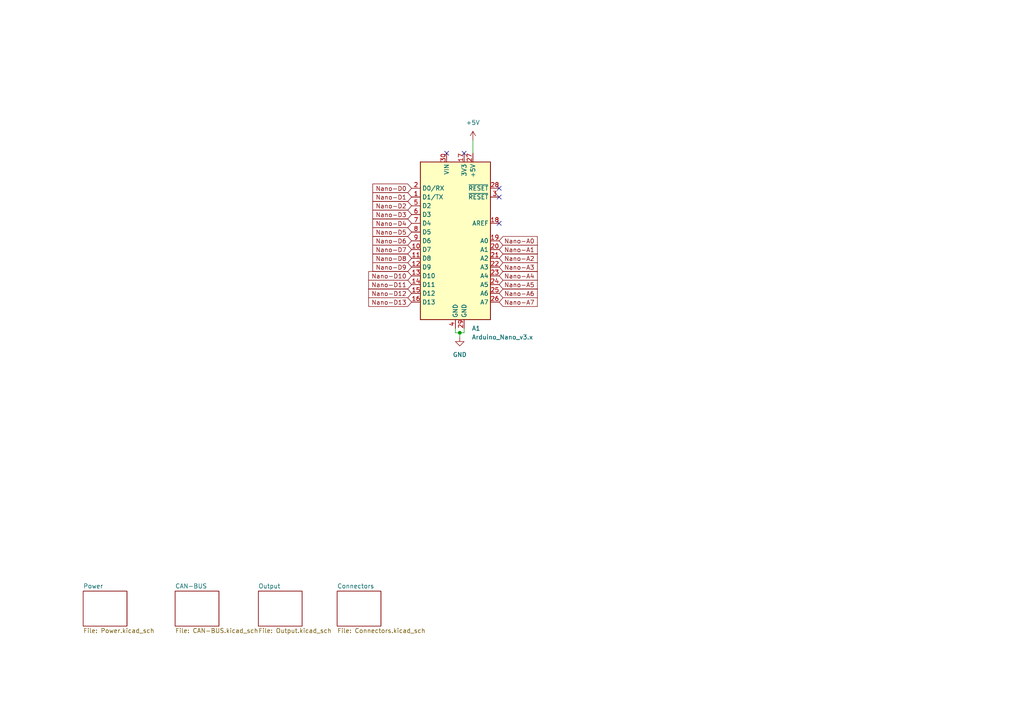
<source format=kicad_sch>
(kicad_sch (version 20230121) (generator eeschema)

  (uuid 79db51bf-0c70-4754-82e7-36daa7f915c0)

  (paper "A4")

  (lib_symbols
    (symbol "MCU_Module:Arduino_Nano_v3.x" (in_bom yes) (on_board yes)
      (property "Reference" "A" (at -10.16 23.495 0)
        (effects (font (size 1.27 1.27)) (justify left bottom))
      )
      (property "Value" "Arduino_Nano_v3.x" (at 5.08 -24.13 0)
        (effects (font (size 1.27 1.27)) (justify left top))
      )
      (property "Footprint" "Module:Arduino_Nano" (at 0 0 0)
        (effects (font (size 1.27 1.27) italic) hide)
      )
      (property "Datasheet" "http://www.mouser.com/pdfdocs/Gravitech_Arduino_Nano3_0.pdf" (at 0 0 0)
        (effects (font (size 1.27 1.27)) hide)
      )
      (property "ki_keywords" "Arduino nano microcontroller module USB" (at 0 0 0)
        (effects (font (size 1.27 1.27)) hide)
      )
      (property "ki_description" "Arduino Nano v3.x" (at 0 0 0)
        (effects (font (size 1.27 1.27)) hide)
      )
      (property "ki_fp_filters" "Arduino*Nano*" (at 0 0 0)
        (effects (font (size 1.27 1.27)) hide)
      )
      (symbol "Arduino_Nano_v3.x_0_1"
        (rectangle (start -10.16 22.86) (end 10.16 -22.86)
          (stroke (width 0.254) (type default))
          (fill (type background))
        )
      )
      (symbol "Arduino_Nano_v3.x_1_1"
        (pin bidirectional line (at -12.7 12.7 0) (length 2.54)
          (name "D1/TX" (effects (font (size 1.27 1.27))))
          (number "1" (effects (font (size 1.27 1.27))))
        )
        (pin bidirectional line (at -12.7 -2.54 0) (length 2.54)
          (name "D7" (effects (font (size 1.27 1.27))))
          (number "10" (effects (font (size 1.27 1.27))))
        )
        (pin bidirectional line (at -12.7 -5.08 0) (length 2.54)
          (name "D8" (effects (font (size 1.27 1.27))))
          (number "11" (effects (font (size 1.27 1.27))))
        )
        (pin bidirectional line (at -12.7 -7.62 0) (length 2.54)
          (name "D9" (effects (font (size 1.27 1.27))))
          (number "12" (effects (font (size 1.27 1.27))))
        )
        (pin bidirectional line (at -12.7 -10.16 0) (length 2.54)
          (name "D10" (effects (font (size 1.27 1.27))))
          (number "13" (effects (font (size 1.27 1.27))))
        )
        (pin bidirectional line (at -12.7 -12.7 0) (length 2.54)
          (name "D11" (effects (font (size 1.27 1.27))))
          (number "14" (effects (font (size 1.27 1.27))))
        )
        (pin bidirectional line (at -12.7 -15.24 0) (length 2.54)
          (name "D12" (effects (font (size 1.27 1.27))))
          (number "15" (effects (font (size 1.27 1.27))))
        )
        (pin bidirectional line (at -12.7 -17.78 0) (length 2.54)
          (name "D13" (effects (font (size 1.27 1.27))))
          (number "16" (effects (font (size 1.27 1.27))))
        )
        (pin power_out line (at 2.54 25.4 270) (length 2.54)
          (name "3V3" (effects (font (size 1.27 1.27))))
          (number "17" (effects (font (size 1.27 1.27))))
        )
        (pin input line (at 12.7 5.08 180) (length 2.54)
          (name "AREF" (effects (font (size 1.27 1.27))))
          (number "18" (effects (font (size 1.27 1.27))))
        )
        (pin bidirectional line (at 12.7 0 180) (length 2.54)
          (name "A0" (effects (font (size 1.27 1.27))))
          (number "19" (effects (font (size 1.27 1.27))))
        )
        (pin bidirectional line (at -12.7 15.24 0) (length 2.54)
          (name "D0/RX" (effects (font (size 1.27 1.27))))
          (number "2" (effects (font (size 1.27 1.27))))
        )
        (pin bidirectional line (at 12.7 -2.54 180) (length 2.54)
          (name "A1" (effects (font (size 1.27 1.27))))
          (number "20" (effects (font (size 1.27 1.27))))
        )
        (pin bidirectional line (at 12.7 -5.08 180) (length 2.54)
          (name "A2" (effects (font (size 1.27 1.27))))
          (number "21" (effects (font (size 1.27 1.27))))
        )
        (pin bidirectional line (at 12.7 -7.62 180) (length 2.54)
          (name "A3" (effects (font (size 1.27 1.27))))
          (number "22" (effects (font (size 1.27 1.27))))
        )
        (pin bidirectional line (at 12.7 -10.16 180) (length 2.54)
          (name "A4" (effects (font (size 1.27 1.27))))
          (number "23" (effects (font (size 1.27 1.27))))
        )
        (pin bidirectional line (at 12.7 -12.7 180) (length 2.54)
          (name "A5" (effects (font (size 1.27 1.27))))
          (number "24" (effects (font (size 1.27 1.27))))
        )
        (pin bidirectional line (at 12.7 -15.24 180) (length 2.54)
          (name "A6" (effects (font (size 1.27 1.27))))
          (number "25" (effects (font (size 1.27 1.27))))
        )
        (pin bidirectional line (at 12.7 -17.78 180) (length 2.54)
          (name "A7" (effects (font (size 1.27 1.27))))
          (number "26" (effects (font (size 1.27 1.27))))
        )
        (pin power_out line (at 5.08 25.4 270) (length 2.54)
          (name "+5V" (effects (font (size 1.27 1.27))))
          (number "27" (effects (font (size 1.27 1.27))))
        )
        (pin input line (at 12.7 15.24 180) (length 2.54)
          (name "~{RESET}" (effects (font (size 1.27 1.27))))
          (number "28" (effects (font (size 1.27 1.27))))
        )
        (pin power_in line (at 2.54 -25.4 90) (length 2.54)
          (name "GND" (effects (font (size 1.27 1.27))))
          (number "29" (effects (font (size 1.27 1.27))))
        )
        (pin input line (at 12.7 12.7 180) (length 2.54)
          (name "~{RESET}" (effects (font (size 1.27 1.27))))
          (number "3" (effects (font (size 1.27 1.27))))
        )
        (pin power_in line (at -2.54 25.4 270) (length 2.54)
          (name "VIN" (effects (font (size 1.27 1.27))))
          (number "30" (effects (font (size 1.27 1.27))))
        )
        (pin power_in line (at 0 -25.4 90) (length 2.54)
          (name "GND" (effects (font (size 1.27 1.27))))
          (number "4" (effects (font (size 1.27 1.27))))
        )
        (pin bidirectional line (at -12.7 10.16 0) (length 2.54)
          (name "D2" (effects (font (size 1.27 1.27))))
          (number "5" (effects (font (size 1.27 1.27))))
        )
        (pin bidirectional line (at -12.7 7.62 0) (length 2.54)
          (name "D3" (effects (font (size 1.27 1.27))))
          (number "6" (effects (font (size 1.27 1.27))))
        )
        (pin bidirectional line (at -12.7 5.08 0) (length 2.54)
          (name "D4" (effects (font (size 1.27 1.27))))
          (number "7" (effects (font (size 1.27 1.27))))
        )
        (pin bidirectional line (at -12.7 2.54 0) (length 2.54)
          (name "D5" (effects (font (size 1.27 1.27))))
          (number "8" (effects (font (size 1.27 1.27))))
        )
        (pin bidirectional line (at -12.7 0 0) (length 2.54)
          (name "D6" (effects (font (size 1.27 1.27))))
          (number "9" (effects (font (size 1.27 1.27))))
        )
      )
    )
    (symbol "power:+5V" (power) (pin_names (offset 0)) (in_bom yes) (on_board yes)
      (property "Reference" "#PWR" (at 0 -3.81 0)
        (effects (font (size 1.27 1.27)) hide)
      )
      (property "Value" "+5V" (at 0 3.556 0)
        (effects (font (size 1.27 1.27)))
      )
      (property "Footprint" "" (at 0 0 0)
        (effects (font (size 1.27 1.27)) hide)
      )
      (property "Datasheet" "" (at 0 0 0)
        (effects (font (size 1.27 1.27)) hide)
      )
      (property "ki_keywords" "global power" (at 0 0 0)
        (effects (font (size 1.27 1.27)) hide)
      )
      (property "ki_description" "Power symbol creates a global label with name \"+5V\"" (at 0 0 0)
        (effects (font (size 1.27 1.27)) hide)
      )
      (symbol "+5V_0_1"
        (polyline
          (pts
            (xy -0.762 1.27)
            (xy 0 2.54)
          )
          (stroke (width 0) (type default))
          (fill (type none))
        )
        (polyline
          (pts
            (xy 0 0)
            (xy 0 2.54)
          )
          (stroke (width 0) (type default))
          (fill (type none))
        )
        (polyline
          (pts
            (xy 0 2.54)
            (xy 0.762 1.27)
          )
          (stroke (width 0) (type default))
          (fill (type none))
        )
      )
      (symbol "+5V_1_1"
        (pin power_in line (at 0 0 90) (length 0) hide
          (name "+5V" (effects (font (size 1.27 1.27))))
          (number "1" (effects (font (size 1.27 1.27))))
        )
      )
    )
    (symbol "power:GND" (power) (pin_names (offset 0)) (in_bom yes) (on_board yes)
      (property "Reference" "#PWR" (at 0 -6.35 0)
        (effects (font (size 1.27 1.27)) hide)
      )
      (property "Value" "GND" (at 0 -3.81 0)
        (effects (font (size 1.27 1.27)))
      )
      (property "Footprint" "" (at 0 0 0)
        (effects (font (size 1.27 1.27)) hide)
      )
      (property "Datasheet" "" (at 0 0 0)
        (effects (font (size 1.27 1.27)) hide)
      )
      (property "ki_keywords" "global power" (at 0 0 0)
        (effects (font (size 1.27 1.27)) hide)
      )
      (property "ki_description" "Power symbol creates a global label with name \"GND\" , ground" (at 0 0 0)
        (effects (font (size 1.27 1.27)) hide)
      )
      (symbol "GND_0_1"
        (polyline
          (pts
            (xy 0 0)
            (xy 0 -1.27)
            (xy 1.27 -1.27)
            (xy 0 -2.54)
            (xy -1.27 -1.27)
            (xy 0 -1.27)
          )
          (stroke (width 0) (type default))
          (fill (type none))
        )
      )
      (symbol "GND_1_1"
        (pin power_in line (at 0 0 270) (length 0) hide
          (name "GND" (effects (font (size 1.27 1.27))))
          (number "1" (effects (font (size 1.27 1.27))))
        )
      )
    )
  )

  (junction (at 133.35 96.52) (diameter 0) (color 0 0 0 0)
    (uuid eba1e6eb-e41c-47e6-bcf5-16f24da65634)
  )

  (no_connect (at 144.78 57.15) (uuid 1aa0e105-7459-4837-b0be-12e1cb642646))
  (no_connect (at 129.54 44.45) (uuid 7dbd3665-f390-4084-b6c5-b3447a007576))
  (no_connect (at 144.78 54.61) (uuid a7eabc8a-d7f0-4deb-9e40-197f88a14008))
  (no_connect (at 134.62 44.45) (uuid c325c043-b2c8-43bd-80ec-5af12927acb4))
  (no_connect (at 144.78 64.77) (uuid cd35f4ac-f2c4-4b63-a629-cb585d59ad90))

  (wire (pts (xy 132.08 96.52) (xy 133.35 96.52))
    (stroke (width 0) (type default))
    (uuid 08f5599d-8d26-4fd3-a508-2e7e2106edfa)
  )
  (wire (pts (xy 134.62 96.52) (xy 134.62 95.25))
    (stroke (width 0) (type default))
    (uuid 1d8a768c-caee-4547-b266-90c839e927b6)
  )
  (wire (pts (xy 133.35 97.79) (xy 133.35 96.52))
    (stroke (width 0) (type default))
    (uuid 3b0d61fb-ec1f-4c94-9cad-a601e597dc57)
  )
  (wire (pts (xy 132.08 96.52) (xy 132.08 95.25))
    (stroke (width 0) (type default))
    (uuid 6f02940d-69e3-42a3-991b-347db44361bd)
  )
  (wire (pts (xy 137.16 40.64) (xy 137.16 44.45))
    (stroke (width 0) (type default))
    (uuid a76964a2-1613-424a-a9be-4733fdb4d826)
  )
  (wire (pts (xy 134.62 96.52) (xy 133.35 96.52))
    (stroke (width 0) (type default))
    (uuid eafa623e-974e-45d7-ac18-fdc0153a6720)
  )

  (global_label "Nano-D8" (shape input) (at 119.38 74.93 180) (fields_autoplaced)
    (effects (font (size 1.27 1.27)) (justify right))
    (uuid 2583a836-2d99-40a4-b391-d5e8b862ef78)
    (property "Intersheetrefs" "${INTERSHEET_REFS}" (at 107.5654 74.93 0)
      (effects (font (size 1.27 1.27)) (justify right) hide)
    )
  )
  (global_label "Nano-D12" (shape input) (at 119.38 85.09 180) (fields_autoplaced)
    (effects (font (size 1.27 1.27)) (justify right))
    (uuid 2e5b6841-cc69-4ceb-b0fd-b3e301998655)
    (property "Intersheetrefs" "${INTERSHEET_REFS}" (at 106.3559 85.09 0)
      (effects (font (size 1.27 1.27)) (justify right) hide)
    )
  )
  (global_label "Nano-D7" (shape input) (at 119.38 72.39 180) (fields_autoplaced)
    (effects (font (size 1.27 1.27)) (justify right))
    (uuid 2e845608-7cd2-46a4-80c4-48bdd2169b5f)
    (property "Intersheetrefs" "${INTERSHEET_REFS}" (at 107.5654 72.39 0)
      (effects (font (size 1.27 1.27)) (justify right) hide)
    )
  )
  (global_label "Nano-A6" (shape input) (at 144.78 85.09 0) (fields_autoplaced)
    (effects (font (size 1.27 1.27)) (justify left))
    (uuid 36c7a40d-9f94-4378-80b2-1061860d4b74)
    (property "Intersheetrefs" "${INTERSHEET_REFS}" (at 156.4132 85.09 0)
      (effects (font (size 1.27 1.27)) (justify left) hide)
    )
  )
  (global_label "Nano-D4" (shape input) (at 119.38 64.77 180) (fields_autoplaced)
    (effects (font (size 1.27 1.27)) (justify right))
    (uuid 482432d7-a453-43d4-9459-53fd4b0ab309)
    (property "Intersheetrefs" "${INTERSHEET_REFS}" (at 107.5654 64.77 0)
      (effects (font (size 1.27 1.27)) (justify right) hide)
    )
  )
  (global_label "Nano-A0" (shape input) (at 144.78 69.85 0) (fields_autoplaced)
    (effects (font (size 1.27 1.27)) (justify left))
    (uuid 4af58c88-9f68-42fb-ab1d-49f5810af892)
    (property "Intersheetrefs" "${INTERSHEET_REFS}" (at 156.4132 69.85 0)
      (effects (font (size 1.27 1.27)) (justify left) hide)
    )
  )
  (global_label "Nano-D0" (shape input) (at 119.38 54.61 180) (fields_autoplaced)
    (effects (font (size 1.27 1.27)) (justify right))
    (uuid 4b32e4d6-c0d6-40c6-93d3-69211a0b2d1f)
    (property "Intersheetrefs" "${INTERSHEET_REFS}" (at 107.5654 54.61 0)
      (effects (font (size 1.27 1.27)) (justify right) hide)
    )
  )
  (global_label "Nano-A1" (shape input) (at 144.78 72.39 0) (fields_autoplaced)
    (effects (font (size 1.27 1.27)) (justify left))
    (uuid 55ab955f-580c-4a33-a03c-36914d3d64a4)
    (property "Intersheetrefs" "${INTERSHEET_REFS}" (at 156.4132 72.39 0)
      (effects (font (size 1.27 1.27)) (justify left) hide)
    )
  )
  (global_label "Nano-A3" (shape input) (at 144.78 77.47 0) (fields_autoplaced)
    (effects (font (size 1.27 1.27)) (justify left))
    (uuid 5cb7b71b-2b33-4da4-9f69-6e9babeb51e2)
    (property "Intersheetrefs" "${INTERSHEET_REFS}" (at 156.4132 77.47 0)
      (effects (font (size 1.27 1.27)) (justify left) hide)
    )
  )
  (global_label "Nano-D13" (shape input) (at 119.38 87.63 180) (fields_autoplaced)
    (effects (font (size 1.27 1.27)) (justify right))
    (uuid 67afb8ed-4a9d-4deb-a111-cecacb344a4c)
    (property "Intersheetrefs" "${INTERSHEET_REFS}" (at 106.3559 87.63 0)
      (effects (font (size 1.27 1.27)) (justify right) hide)
    )
  )
  (global_label "Nano-D1" (shape input) (at 119.38 57.15 180) (fields_autoplaced)
    (effects (font (size 1.27 1.27)) (justify right))
    (uuid 6cc01545-d102-427f-a7fc-706fee6b4a54)
    (property "Intersheetrefs" "${INTERSHEET_REFS}" (at 107.5654 57.15 0)
      (effects (font (size 1.27 1.27)) (justify right) hide)
    )
  )
  (global_label "Nano-D5" (shape input) (at 119.38 67.31 180) (fields_autoplaced)
    (effects (font (size 1.27 1.27)) (justify right))
    (uuid 786623bb-2d09-4d4a-84c3-425ec48b4566)
    (property "Intersheetrefs" "${INTERSHEET_REFS}" (at 107.5654 67.31 0)
      (effects (font (size 1.27 1.27)) (justify right) hide)
    )
  )
  (global_label "Nano-D2" (shape input) (at 119.38 59.69 180) (fields_autoplaced)
    (effects (font (size 1.27 1.27)) (justify right))
    (uuid 7b52820f-bc8c-4ba1-a6d4-56095974fdb7)
    (property "Intersheetrefs" "${INTERSHEET_REFS}" (at 107.5654 59.69 0)
      (effects (font (size 1.27 1.27)) (justify right) hide)
    )
  )
  (global_label "Nano-D11" (shape input) (at 119.38 82.55 180) (fields_autoplaced)
    (effects (font (size 1.27 1.27)) (justify right))
    (uuid 7e02fc0c-4225-4acc-b1bb-c851bc33b123)
    (property "Intersheetrefs" "${INTERSHEET_REFS}" (at 106.3559 82.55 0)
      (effects (font (size 1.27 1.27)) (justify right) hide)
    )
  )
  (global_label "Nano-A5" (shape input) (at 144.78 82.55 0) (fields_autoplaced)
    (effects (font (size 1.27 1.27)) (justify left))
    (uuid a3f50460-d401-4095-805c-b08b49749360)
    (property "Intersheetrefs" "${INTERSHEET_REFS}" (at 156.4132 82.55 0)
      (effects (font (size 1.27 1.27)) (justify left) hide)
    )
  )
  (global_label "Nano-A2" (shape input) (at 144.78 74.93 0) (fields_autoplaced)
    (effects (font (size 1.27 1.27)) (justify left))
    (uuid a7e5ccd8-7c5f-410c-9eb6-aaf26eeb6e01)
    (property "Intersheetrefs" "${INTERSHEET_REFS}" (at 156.4132 74.93 0)
      (effects (font (size 1.27 1.27)) (justify left) hide)
    )
  )
  (global_label "Nano-D10" (shape input) (at 119.38 80.01 180) (fields_autoplaced)
    (effects (font (size 1.27 1.27)) (justify right))
    (uuid ac4e9d0f-32f9-4808-ab50-f5481d0c3039)
    (property "Intersheetrefs" "${INTERSHEET_REFS}" (at 106.3559 80.01 0)
      (effects (font (size 1.27 1.27)) (justify right) hide)
    )
  )
  (global_label "Nano-A4" (shape input) (at 144.78 80.01 0) (fields_autoplaced)
    (effects (font (size 1.27 1.27)) (justify left))
    (uuid af457930-fdb9-4a81-8ec1-e448f4aaa199)
    (property "Intersheetrefs" "${INTERSHEET_REFS}" (at 156.4132 80.01 0)
      (effects (font (size 1.27 1.27)) (justify left) hide)
    )
  )
  (global_label "Nano-D3" (shape input) (at 119.38 62.23 180) (fields_autoplaced)
    (effects (font (size 1.27 1.27)) (justify right))
    (uuid b310de74-764a-4e6c-b340-5d06e3a4c564)
    (property "Intersheetrefs" "${INTERSHEET_REFS}" (at 107.5654 62.23 0)
      (effects (font (size 1.27 1.27)) (justify right) hide)
    )
  )
  (global_label "Nano-A7" (shape input) (at 144.78 87.63 0) (fields_autoplaced)
    (effects (font (size 1.27 1.27)) (justify left))
    (uuid b94b4f15-849a-498c-b485-9caf3cbca4d1)
    (property "Intersheetrefs" "${INTERSHEET_REFS}" (at 156.4132 87.63 0)
      (effects (font (size 1.27 1.27)) (justify left) hide)
    )
  )
  (global_label "Nano-D6" (shape input) (at 119.38 69.85 180) (fields_autoplaced)
    (effects (font (size 1.27 1.27)) (justify right))
    (uuid d9852465-12da-4548-98c2-54235a1d67d4)
    (property "Intersheetrefs" "${INTERSHEET_REFS}" (at 107.5654 69.85 0)
      (effects (font (size 1.27 1.27)) (justify right) hide)
    )
  )
  (global_label "Nano-D9" (shape input) (at 119.38 77.47 180) (fields_autoplaced)
    (effects (font (size 1.27 1.27)) (justify right))
    (uuid f63fbcee-8042-4a6f-8a41-9f104ff57c5d)
    (property "Intersheetrefs" "${INTERSHEET_REFS}" (at 107.5654 77.47 0)
      (effects (font (size 1.27 1.27)) (justify right) hide)
    )
  )

  (symbol (lib_id "MCU_Module:Arduino_Nano_v3.x") (at 132.08 69.85 0) (unit 1)
    (in_bom yes) (on_board yes) (dnp no) (fields_autoplaced)
    (uuid 07297e7c-040a-4054-8d99-1e63d4a7f0a4)
    (property "Reference" "A1" (at 136.8141 95.25 0)
      (effects (font (size 1.27 1.27)) (justify left))
    )
    (property "Value" "Arduino_Nano_v3.x" (at 136.8141 97.79 0)
      (effects (font (size 1.27 1.27)) (justify left))
    )
    (property "Footprint" "Module:Arduino_Nano" (at 132.08 69.85 0)
      (effects (font (size 1.27 1.27) italic) hide)
    )
    (property "Datasheet" "http://www.mouser.com/pdfdocs/Gravitech_Arduino_Nano3_0.pdf" (at 132.08 69.85 0)
      (effects (font (size 1.27 1.27)) hide)
    )
    (pin "25" (uuid 26dbf539-b38f-4788-b9ff-94fcd21b9949))
    (pin "7" (uuid 81a2cafc-869d-45a9-942a-2638d64e290f))
    (pin "16" (uuid 70d8a1ba-9b2c-4221-a421-c69466bbd953))
    (pin "8" (uuid ccfc5cc4-3956-4242-8ea3-124504ba5d76))
    (pin "1" (uuid 6a529cfc-97d8-48f3-9329-74f6d27d0d7e))
    (pin "11" (uuid c1109ea0-3db1-4f9b-9460-ff1d09aedde9))
    (pin "26" (uuid 68199e59-348e-44f0-962d-9f6afea7302a))
    (pin "23" (uuid 11dc362b-4019-4f45-b110-f6db0263bbd7))
    (pin "9" (uuid af24762b-a294-465b-aa49-47c8dd56d173))
    (pin "22" (uuid c6adff67-e7f9-4f2c-a69d-9c29abf92f69))
    (pin "3" (uuid a5a7f0ec-38c0-4597-9bc4-f4960825b73b))
    (pin "2" (uuid dc729b65-7a53-4bf1-9294-cad17e57cb4c))
    (pin "27" (uuid 3a961637-6737-48ba-9907-91ddbca61b69))
    (pin "28" (uuid d6828f72-c23d-462c-a548-3092dc6fa36c))
    (pin "4" (uuid 16fbea6c-8bc0-4ef4-8acb-3ea081bfda58))
    (pin "6" (uuid 5597813d-6b13-497a-9f46-019283235aea))
    (pin "19" (uuid 1d78645d-a6b4-4fa4-9a8f-2b0788d8939e))
    (pin "17" (uuid fb80e86d-9bae-4ac1-bf63-d6585e657e52))
    (pin "29" (uuid d3a79e68-eda6-484d-9036-65dd39bfa71c))
    (pin "13" (uuid cd19f5d1-5af3-44ad-810d-46fd739c415e))
    (pin "5" (uuid 8a8db9a4-ba06-4b88-be65-6b185df54025))
    (pin "10" (uuid bec9fea0-aec6-464b-9da0-6ab4b768a4f0))
    (pin "24" (uuid 157a8cce-a423-44e3-8fe0-7bfb52b4b015))
    (pin "18" (uuid 6ac306b9-0c29-4eea-903c-ed27939b8e19))
    (pin "15" (uuid 959703c5-92bf-4255-8fe6-77d9116c7471))
    (pin "21" (uuid 019051dd-3187-4c82-ac41-5b229844becb))
    (pin "30" (uuid 58d285a8-8400-491d-b954-c8f71b0fae34))
    (pin "14" (uuid 3bbd621a-38f6-42ff-ac4e-44f1648bc24d))
    (pin "20" (uuid 2609fe00-a65d-4fa9-bb5d-49840ce3ccfb))
    (pin "12" (uuid 8cd4b335-f7c1-42d6-b3a1-cae050b82908))
    (instances
      (project "PDMduino"
        (path "/79db51bf-0c70-4754-82e7-36daa7f915c0"
          (reference "A1") (unit 1)
        )
      )
    )
  )

  (symbol (lib_id "power:GND") (at 133.35 97.79 0) (unit 1)
    (in_bom yes) (on_board yes) (dnp no)
    (uuid 1bc5188e-ff60-47be-9293-ca9ce3fc46ae)
    (property "Reference" "#PWR03" (at 133.35 104.14 0)
      (effects (font (size 1.27 1.27)) hide)
    )
    (property "Value" "GND" (at 133.35 102.87 0)
      (effects (font (size 1.27 1.27)))
    )
    (property "Footprint" "" (at 133.35 97.79 0)
      (effects (font (size 1.27 1.27)) hide)
    )
    (property "Datasheet" "" (at 133.35 97.79 0)
      (effects (font (size 1.27 1.27)) hide)
    )
    (pin "1" (uuid b7aab4f6-6d57-4f70-9bed-c80890f25531))
    (instances
      (project "PDMduino"
        (path "/79db51bf-0c70-4754-82e7-36daa7f915c0"
          (reference "#PWR03") (unit 1)
        )
      )
    )
  )

  (symbol (lib_id "power:+5V") (at 137.16 40.64 0) (unit 1)
    (in_bom yes) (on_board yes) (dnp no) (fields_autoplaced)
    (uuid 7a2ded9a-6f3c-4365-8fe8-577c6ba6fc49)
    (property "Reference" "#PWR08" (at 137.16 44.45 0)
      (effects (font (size 1.27 1.27)) hide)
    )
    (property "Value" "+5V" (at 137.16 35.56 0)
      (effects (font (size 1.27 1.27)))
    )
    (property "Footprint" "" (at 137.16 40.64 0)
      (effects (font (size 1.27 1.27)) hide)
    )
    (property "Datasheet" "" (at 137.16 40.64 0)
      (effects (font (size 1.27 1.27)) hide)
    )
    (pin "1" (uuid f65ab04f-85ce-43de-b6ab-d0d7cc56b431))
    (instances
      (project "PDMduino"
        (path "/79db51bf-0c70-4754-82e7-36daa7f915c0"
          (reference "#PWR08") (unit 1)
        )
      )
    )
  )

  (sheet (at 97.79 171.45) (size 12.7 10.16) (fields_autoplaced)
    (stroke (width 0.1524) (type solid))
    (fill (color 0 0 0 0.0000))
    (uuid 2cc15628-a70d-46b4-863c-ad8f6ff5190f)
    (property "Sheetname" "Connectors" (at 97.79 170.7384 0)
      (effects (font (size 1.27 1.27)) (justify left bottom))
    )
    (property "Sheetfile" "Connectors.kicad_sch" (at 97.79 182.1946 0)
      (effects (font (size 1.27 1.27)) (justify left top))
    )
    (instances
      (project "PDMduino"
        (path "/79db51bf-0c70-4754-82e7-36daa7f915c0" (page "5"))
      )
    )
  )

  (sheet (at 50.8 171.45) (size 12.7 10.16) (fields_autoplaced)
    (stroke (width 0.1524) (type solid))
    (fill (color 0 0 0 0.0000))
    (uuid 355bba6b-573e-480f-a0ff-36bd9b6a034b)
    (property "Sheetname" "CAN-BUS" (at 50.8 170.7384 0)
      (effects (font (size 1.27 1.27)) (justify left bottom))
    )
    (property "Sheetfile" "CAN-BUS.kicad_sch" (at 50.8 182.1946 0)
      (effects (font (size 1.27 1.27)) (justify left top))
    )
    (property "Veld 2" "" (at 50.8 171.45 0)
      (effects (font (size 1.27 1.27)) hide)
    )
    (property "Veld 3" "" (at 50.8 171.45 0)
      (effects (font (size 1.27 1.27)) hide)
    )
    (instances
      (project "PDMduino"
        (path "/79db51bf-0c70-4754-82e7-36daa7f915c0" (page "3"))
      )
    )
  )

  (sheet (at 74.93 171.45) (size 12.7 10.16) (fields_autoplaced)
    (stroke (width 0.1524) (type solid))
    (fill (color 0 0 0 0.0000))
    (uuid a514670d-02f4-466b-a38d-672d1d3c11c7)
    (property "Sheetname" "Output" (at 74.93 170.7384 0)
      (effects (font (size 1.27 1.27)) (justify left bottom))
    )
    (property "Sheetfile" "Output.kicad_sch" (at 74.93 182.1946 0)
      (effects (font (size 1.27 1.27)) (justify left top))
    )
    (property "Veld 2" "" (at 74.93 171.45 0)
      (effects (font (size 1.27 1.27)) hide)
    )
    (instances
      (project "PDMduino"
        (path "/79db51bf-0c70-4754-82e7-36daa7f915c0" (page "4"))
      )
    )
  )

  (sheet (at 24.13 171.45) (size 12.7 10.16) (fields_autoplaced)
    (stroke (width 0.1524) (type solid))
    (fill (color 0 0 0 0.0000))
    (uuid b93533b8-a898-40f5-9082-4f7273687b9a)
    (property "Sheetname" "Power" (at 24.13 170.7384 0)
      (effects (font (size 1.27 1.27)) (justify left bottom))
    )
    (property "Sheetfile" "Power.kicad_sch" (at 24.13 182.1946 0)
      (effects (font (size 1.27 1.27)) (justify left top))
    )
    (property "Veld 2" "" (at 24.13 171.45 0)
      (effects (font (size 1.27 1.27)) hide)
    )
    (instances
      (project "PDMduino"
        (path "/79db51bf-0c70-4754-82e7-36daa7f915c0" (page "2"))
      )
    )
  )

  (sheet_instances
    (path "/" (page "1"))
  )
)

</source>
